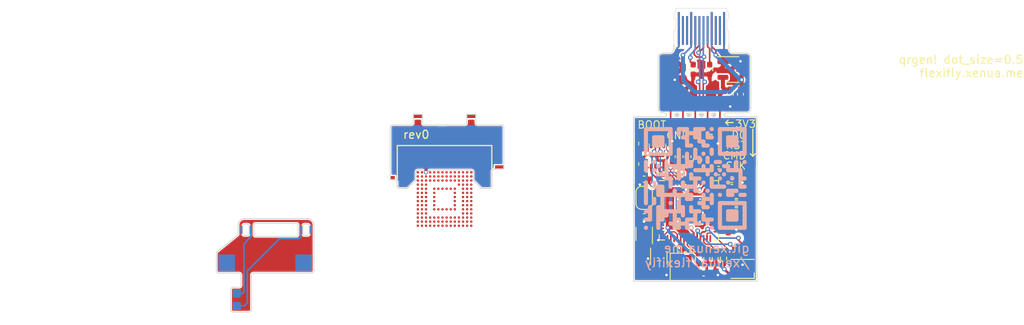
<source format=kicad_pcb>
(kicad_pcb (version 20221018) (generator pcbnew)

  (general
    (thickness 0.115)
  )

  (paper "A4")
  (layers
    (0 "F.Cu" signal)
    (31 "B.Cu" signal)
    (32 "B.Adhes" user "B.Adhesive")
    (33 "F.Adhes" user "F.Adhesive")
    (34 "B.Paste" user)
    (35 "F.Paste" user)
    (36 "B.SilkS" user "B.Silkscreen")
    (37 "F.SilkS" user "F.Silkscreen")
    (38 "B.Mask" user)
    (39 "F.Mask" user)
    (40 "Dwgs.User" user "User.Drawings")
    (41 "Cmts.User" user "User.Comments")
    (42 "Eco1.User" user "User.Eco1")
    (43 "Eco2.User" user "User.Eco2")
    (44 "Edge.Cuts" user)
    (45 "Margin" user)
    (46 "B.CrtYd" user "B.Courtyard")
    (47 "F.CrtYd" user "F.Courtyard")
    (48 "B.Fab" user)
    (49 "F.Fab" user)
    (50 "User.1" user)
    (51 "User.2" user)
    (52 "User.3" user)
    (53 "User.4" user)
    (54 "User.5" user)
    (55 "User.6" user)
    (56 "User.7" user)
    (57 "User.8" user)
    (58 "User.9" user)
  )

  (setup
    (stackup
      (layer "F.SilkS" (type "Top Silk Screen"))
      (layer "F.Paste" (type "Top Solder Paste"))
      (layer "F.Mask" (type "Top Solder Mask") (thickness 0.01))
      (layer "F.Cu" (type "copper") (thickness 0.035))
      (layer "dielectric 1" (type "core") (color "Polyimide") (thickness 0.025) (material "Polyimide") (epsilon_r 3.2) (loss_tangent 0.004))
      (layer "B.Cu" (type "copper") (thickness 0.035))
      (layer "B.Mask" (type "Bottom Solder Mask") (thickness 0.01))
      (layer "B.Paste" (type "Bottom Solder Paste"))
      (layer "B.SilkS" (type "Bottom Silk Screen"))
      (copper_finish "None")
      (dielectric_constraints no)
    )
    (pad_to_mask_clearance 0)
    (pcbplotparams
      (layerselection 0x00010fc_ffffffff)
      (plot_on_all_layers_selection 0x0000000_00000000)
      (disableapertmacros false)
      (usegerberextensions false)
      (usegerberattributes true)
      (usegerberadvancedattributes true)
      (creategerberjobfile true)
      (dashed_line_dash_ratio 12.000000)
      (dashed_line_gap_ratio 3.000000)
      (svgprecision 4)
      (plotframeref false)
      (viasonmask false)
      (mode 1)
      (useauxorigin false)
      (hpglpennumber 1)
      (hpglpenspeed 20)
      (hpglpendiameter 15.000000)
      (dxfpolygonmode true)
      (dxfimperialunits true)
      (dxfusepcbnewfont true)
      (psnegative false)
      (psa4output false)
      (plotreference true)
      (plotvalue true)
      (plotinvisibletext false)
      (sketchpadsonfab false)
      (subtractmaskfromsilk false)
      (outputformat 1)
      (mirror false)
      (drillshape 1)
      (scaleselection 1)
      (outputdirectory "")
    )
  )

  (net 0 "")
  (net 1 "+3V3")
  (net 2 "GND")
  (net 3 "/XIN")
  (net 4 "Net-(C3-Pad2)")
  (net 5 "+1V1")
  (net 6 "Net-(J1-CC1)")
  (net 7 "/STATUS_LED")
  (net 8 "unconnected-(H5-Pad1)")
  (net 9 "/QSPI_~{CS}")
  (net 10 "/~{USB_BOOT}")
  (net 11 "/XOUT")
  (net 12 "/USB_DP")
  (net 13 "/DP")
  (net 14 "/NX_CLK")
  (net 15 "Net-(U1-GPIO27_ADC1)")
  (net 16 "/NX_CMD")
  (net 17 "Net-(U1-GPIO28_ADC2)")
  (net 18 "/NX_D0")
  (net 19 "Net-(U1-GPIO29_ADC3)")
  (net 20 "unconnected-(J1-SBU1-PadA8)")
  (net 21 "/TRAINING_RESET_A")
  (net 22 "/TRAINING_RESET_B")
  (net 23 "unconnected-(U1-GPIO2-Pad4)")
  (net 24 "unconnected-(U1-GPIO3-Pad5)")
  (net 25 "unconnected-(U1-GPIO4-Pad6)")
  (net 26 "unconnected-(U1-GPIO5-Pad7)")
  (net 27 "unconnected-(U1-GPIO6-Pad8)")
  (net 28 "unconnected-(U1-GPIO7-Pad9)")
  (net 29 "unconnected-(U1-GPIO8-Pad11)")
  (net 30 "unconnected-(U1-GPIO9-Pad12)")
  (net 31 "unconnected-(U1-GPIO10-Pad13)")
  (net 32 "unconnected-(U1-GPIO11-Pad14)")
  (net 33 "unconnected-(U1-GPIO12-Pad15)")
  (net 34 "unconnected-(U1-GPIO13-Pad16)")
  (net 35 "unconnected-(U1-GPIO14-Pad17)")
  (net 36 "/NX_CPU")
  (net 37 "/SWCLK")
  (net 38 "/SWD")
  (net 39 "/RUN")
  (net 40 "unconnected-(U1-GPIO17-Pad28)")
  (net 41 "unconnected-(U1-GPIO18-Pad29)")
  (net 42 "unconnected-(U1-GPIO19-Pad30)")
  (net 43 "unconnected-(U1-GPIO20-Pad31)")
  (net 44 "unconnected-(U1-GPIO21-Pad32)")
  (net 45 "unconnected-(U1-GPIO22-Pad34)")
  (net 46 "unconnected-(U1-GPIO23-Pad35)")
  (net 47 "unconnected-(U1-GPIO24-Pad36)")
  (net 48 "unconnected-(U1-GPIO25-Pad37)")
  (net 49 "/NX_RST")
  (net 50 "/QSPI_SD3")
  (net 51 "/QSPI_CLK")
  (net 52 "/QSPI_SD0")
  (net 53 "/QSPI_SD2")
  (net 54 "/QSPI_SD1")
  (net 55 "Net-(J1-CC2)")
  (net 56 "unconnected-(J1-SBU2-PadB8)")
  (net 57 "Net-(C16-Pad1)")
  (net 58 "Net-(C15-Pad1)")
  (net 59 "/DAT0")
  (net 60 "VBUS")
  (net 61 "/USB_DN")
  (net 62 "/DN")
  (net 63 "unconnected-(C15-Pad2)")
  (net 64 "unconnected-(C16-Pad2)")
  (net 65 "unconnected-(D1-DOUT-Pad1)")
  (net 66 "Net-(Q1-Pad1)")
  (net 67 "Net-(Q2-Pad1)")
  (net 68 "unconnected-(H6-Pad1)")

  (footprint "Resistor_SMD:R_0402_1005Metric_Pad0.72x0.64mm_HandSolder" (layer "F.Cu") (at 169.388 66.726 90))

  (footprint "flexifly:TP_pad_1mm_dense" (layer "F.Cu") (at 175.5 65.75))

  (footprint "flexifly:TP_pad_1mm_dense" (layer "F.Cu") (at 170.5 48))

  (footprint "Capacitor_SMD:C_0402_1005Metric_Pad0.74x0.62mm_HandSolder" (layer "F.Cu") (at 162.784 57.074))

  (footprint "Resistor_SMD:R_0402_1005Metric_Pad0.72x0.64mm_HandSolder" (layer "F.Cu") (at 162.5 52.75 -90))

  (footprint "Resistor_SMD:R_0402_1005Metric_Pad0.72x0.64mm_HandSolder" (layer "F.Cu") (at 170.75 43.75 90))

  (footprint "flexifly:TP_pad_1mm_dense" (layer "F.Cu") (at 138.25 51.5))

  (footprint "flexifly:TP_pad_1mm_dense" (layer "F.Cu") (at 164 68.5 90))

  (footprint "Capacitor_SMD:C_0402_1005Metric_Pad0.74x0.62mm_HandSolder" (layer "F.Cu") (at 173.45 58.1 180))

  (footprint "Capacitor_SMD:C_0402_1005Metric_Pad0.74x0.62mm_HandSolder" (layer "F.Cu") (at 170.404 66.726 90))

  (footprint "Capacitor_SMD:C_0402_1005Metric_Pad0.74x0.62mm_HandSolder" (layer "F.Cu") (at 173.25 46.75 -90))

  (footprint "Capacitor_SMD:C_0402_1005Metric_Pad0.74x0.62mm_HandSolder" (layer "F.Cu") (at 173.45 57.15 180))

  (footprint "flexifly:TP_pad_1mm_dense" (layer "F.Cu") (at 175.75 56.25))

  (footprint "flexifly:FBGA_153_P0.50mm" (layer "F.Cu") (at 138.5 59.505))

  (footprint "flexifly:TP_pad_1mm_dense" (layer "F.Cu") (at 175.75 60.75))

  (footprint "flexifly:TP_pad_1mm_dense" (layer "F.Cu") (at 167.5 50.5))

  (footprint "Capacitor_SMD:C_0402_1005Metric_Pad0.74x0.62mm_HandSolder" (layer "F.Cu") (at 171.85 56.2))

  (footprint "flexifly:TP_pad_1mm_dense" (layer "F.Cu") (at 173.976 65.75))

  (footprint "flexifly:TP_pad_1mm_dense" (layer "F.Cu") (at 170.5 50.5))

  (footprint "Capacitor_SMD:C_0402_1005Metric_Pad0.74x0.62mm_HandSolder" (layer "F.Cu") (at 171.85 55.184 180))

  (footprint "Package_DFN_QFN:QFN-56-1EP_7x7mm_P0.4mm_EP3.2x3.2mm_ThermalVias" (layer "F.Cu") (at 168.225 60.875))

  (footprint "flexifly:W25QxxxxUXxx" (layer "F.Cu") (at 164.4 54.28 -90))

  (footprint "Capacitor_SMD:C_0402_1005Metric_Pad0.74x0.62mm_HandSolder" (layer "F.Cu") (at 162.784 61.646))

  (footprint "Resistor_SMD:R_0402_1005Metric_Pad0.72x0.64mm_HandSolder" (layer "F.Cu") (at 170.15 54.75 90))

  (footprint "Resistor_SMD:R_0402_1005Metric_Pad0.72x0.64mm_HandSolder" (layer "F.Cu") (at 172.436 66.726 90))

  (footprint "Capacitor_SMD:C_0402_1005Metric_Pad0.74x0.62mm_HandSolder" (layer "F.Cu") (at 166.95 65.55))

  (footprint "flexifly:Conn_BGA_shim_dat0" (layer "F.Cu") (at 138.5 55.95))

  (footprint "Resistor_SMD:R_0402_1005Metric_Pad0.72x0.64mm_HandSolder" (layer "F.Cu") (at 168.75 43.75 -90))

  (footprint "flexifly:MicroFET_2x2" (layer "F.Cu") (at 164.562 66.472 180))

  (footprint "Package_TO_SOT_SMD:SOT-23-3" (layer "F.Cu") (at 173.5 43.75))

  (footprint "flexifly:TP_pad_1mm_dense" (layer "F.Cu") (at 175.75 57.75))

  (footprint "Crystal:Crystal_SMD_2520-4Pin_2.5x2.0mm" (layer "F.Cu") (at 167.35 67.75 -90))

  (footprint "flexifly:SW_SPST_LS38G2-T" (layer "F.Cu") (at 166.5 45 -90))

  (footprint "Capacitor_SMD:C_0402_1005Metric_Pad0.74x0.62mm_HandSolder" (layer "F.Cu") (at 171.42 66.726 90))

  (footprint "flexifly:TP_pad_1mm_dense" (layer "F.Cu") (at 169 48))

  (footprint "Jumper:SolderJumper-2_P1.3mm_Open_RoundedPad1.0x1.5mm" (layer "F.Cu") (at 162.784 59.36 90))

  (footprint "Capacitor_SMD:C_0402_1005Metric_Pad0.74x0.62mm_HandSolder" (layer "F.Cu") (at 168.118 54.35 -90))

  (footprint "Capacitor_SMD:C_0402_1005Metric_Pad0.74x0.62mm_HandSolder" (layer "F.Cu") (at 167.15 54.35 -90))

  (footprint "Resistor_SMD:R_0402_1005Metric_Pad0.72x0.64mm_HandSolder" (layer "F.Cu") (at 162.5 55.25 -90))

  (footprint "Capacitor_SMD:C_0402_1005Metric_Pad0.74x0.62mm_HandSolder" (layer "F.Cu") (at 170 68.5 180))

  (footprint "LED_SMD:LED_WS2812B-2020_PLCC4_2.0x2.0mm" (layer "F.Cu") (at 174.75 68 180))

  (footprint "flexifly:TP_pad_1mm_dense" (layer "F.Cu") (at 166 48))

  (footprint "Resistor_SMD:R_0402_1005Metric_Pad0.72x0.64mm_HandSolder" (layer "F.Cu") (at 174 60.95 180))

  (footprint "flexifly:MicroFET_2x2" (layer "F.Cu") (at 162.784 63.932))

  (footprint "Resistor_SMD:R_0402_1005Metric_Pad0.72x0.64mm_HandSolder" (layer "F.Cu") (at 174 59.05 180))

  (footprint "flexifly:TP_pad_1mm_dense" (layer "F.Cu") (at 169 50.5))

  (footprint "Capacitor_SMD:C_0402_1005Metric_Pad0.74x0.62mm_HandSolder" (layer "F.Cu") (at 166.2 54.35 -90))

  (footprint "flexifly:TP_pad_1mm_dense" (layer "F.Cu") (at 166 50.5))

  (footprint "flexifly:TP_pad_1mm_dense" (layer "F.Cu") (at 175.75 59.25))

  (footprint "Capacitor_SMD:C_0402_1005Metric_Pad0.74x0.62mm_HandSolder" (layer "F.Cu") (at 174.5 46.75 90))

  (footprint "flexifly:TP_pad_1mm_dense" (layer "F.Cu") (at 175.75 63.75))

  (footprint "Resistor_SMD:R_0402_1005Metric_Pad0.72x0.64mm_HandSolder" (layer "F.Cu") (at 169.134 54.75 -90))

  (footprint "xenua:USB_C_PCB" (layer "F.Cu") (at 169.75 36.3))

  (footprint "flexifly:TP_pad_1mm_dense" (layer "F.Cu") (at 162.5 68.5 90))

  (footprint "Capacitor_SMD:C_0402_1005Metric_Pad0.74x0.62mm_HandSolder" (layer "F.Cu")
    (tstamp db740879-515e-42ba-9f86-cb61ea4585ce)
    (at 173 63 90)
    (descr "Capacitor SMD 0402 (1005 Metric), square (rectangular) end terminal, IPC_7351 nominal with elongated pad for handsoldering. (Body size source: IPC-SM-782 page 76, https://www.pcb-3d.com/wordpress/wp-content/uploads/ipc-sm-782a_amendment_1_and_2.pdf), generated with kicad-footprint-generator")
    (tags "capacitor handsolder")
    (property "LCSC" "C1525")
    (property "Sheetfile" "flexifly.kicad_sch")
    (property "Sheetname" "")
    (property "ki_description" "Unpolarized capacitor")
    (property "ki_keywords" "cap capacitor")
    (path "/b3b095a2-1902-4514-abf9-2e1ef3cd690d")
    (attr smd)
    (fp_text reference "C14" (at 0 -1.16 90) (layer "F.SilkS") hide
        (effects (font (size 1 1) (thickness 0.15)))
      (tstamp d482eb13-09bf-4d18-b806-862523de1667)
    )
    (fp_text value "100nF" (at 0 1.16 90) (layer "F.Fab")
        (effects (font (size 1 1) (thickness 0.15)))
      (tstamp cd036504-d9cd-45e8-a530-
... [300020 chars truncated]
</source>
